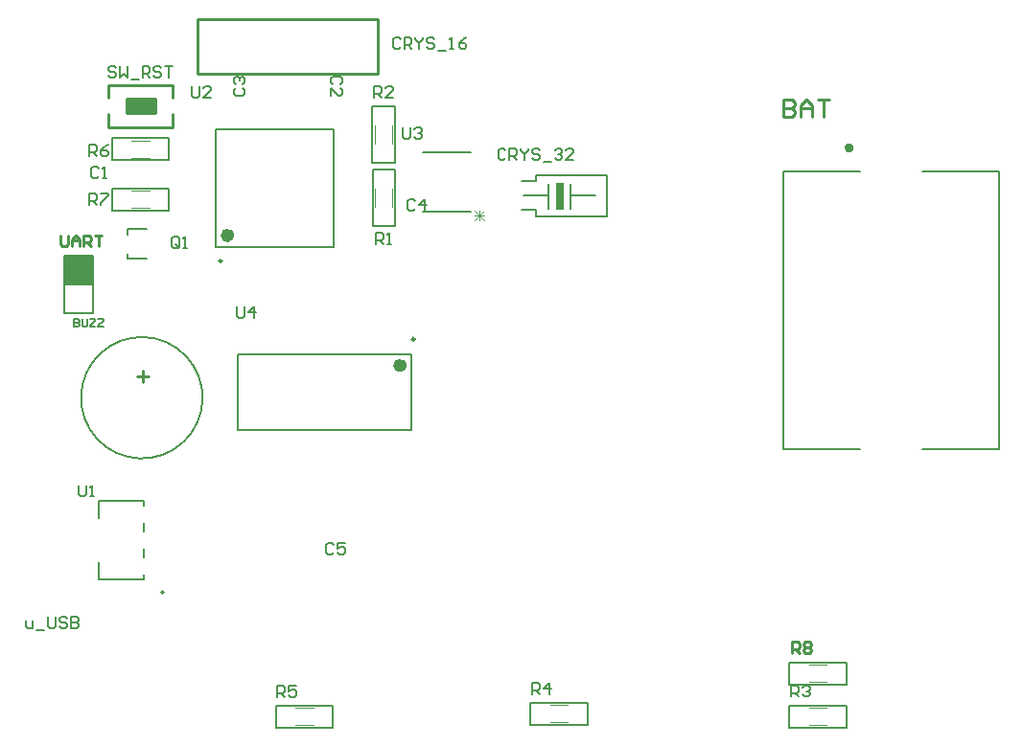
<source format=gto>
G04*
G04 #@! TF.GenerationSoftware,Altium Limited,Altium Designer,20.2.6 (244)*
G04*
G04 Layer_Color=65535*
%FSTAX24Y24*%
%MOIN*%
G70*
G04*
G04 #@! TF.SameCoordinates,210E5C92-376B-490F-B415-5E6AA8125FEF*
G04*
G04*
G04 #@! TF.FilePolarity,Positive*
G04*
G01*
G75*
%ADD10C,0.0060*%
%ADD11C,0.0157*%
%ADD12C,0.0080*%
%ADD13C,0.0236*%
%ADD14C,0.0098*%
%ADD15C,0.0079*%
%ADD16C,0.0040*%
%ADD17C,0.0050*%
%ADD18C,0.0100*%
%ADD19C,0.0070*%
%ADD20C,0.0030*%
%ADD21R,0.1000X0.0996*%
%ADD22R,0.1000X0.0500*%
%ADD23R,0.0290X0.0920*%
D10*
X013825Y01658D02*
G03*
X013825Y01658I-00005J0D01*
G01*
X01312Y019608D02*
Y01977D01*
Y018706D02*
Y018996D01*
Y017804D02*
Y018094D01*
X01156Y01703D02*
X01312D01*
X01156Y019161D02*
Y01977D01*
X01312D01*
Y01703D02*
Y017192D01*
X01156Y01703D02*
Y017639D01*
X022825Y031885D02*
X024495D01*
X022825Y029815D02*
X024495D01*
D11*
X037719Y032044D02*
G03*
X037719Y032044I-000079J0D01*
G01*
D12*
X0145Y021809D02*
G03*
X014485Y021795I-001448J001539D01*
G01*
X01036Y02628D02*
Y02828D01*
X01136Y02628D02*
Y02828D01*
X01036Y02828D02*
X01136Y02828D01*
X01036Y02628D02*
X01136D01*
X01036Y02728D02*
X01136D01*
D13*
X022146Y024475D02*
G03*
X022146Y024475I-000118J0D01*
G01*
X016149Y029001D02*
G03*
X016149Y029001I-000118J0D01*
G01*
D14*
X022544Y025391D02*
G03*
X022544Y025391I-000049J0D01*
G01*
X015834Y028115D02*
G03*
X015834Y028115I-000049J0D01*
G01*
D15*
X012568Y029212D02*
X013208D01*
X012568Y028188D02*
X013208D01*
X012568D02*
Y028365D01*
Y029035D02*
Y029212D01*
X016398Y022231D02*
Y024869D01*
X022422Y022231D02*
Y024869D01*
X016398Y022231D02*
X022422D01*
X016398Y024869D02*
X022422D01*
X019732Y028607D02*
Y032702D01*
X015638Y028607D02*
Y032702D01*
X019732D01*
X015638Y028607D02*
X019732D01*
X01435Y028619D02*
Y028881D01*
X014284Y028947D01*
X014153D01*
X014088Y028881D01*
Y028619D01*
X014153Y028553D01*
X014284D01*
X014219Y028684D02*
X01435Y028553D01*
X014284D02*
X01435Y028619D01*
X014481Y028553D02*
X014612D01*
X014547D01*
Y028947D01*
X014481Y028881D01*
X01637Y026524D02*
Y026196D01*
X016436Y02613D01*
X016567D01*
X016632Y026196D01*
Y026524D01*
X01696Y02613D02*
Y026524D01*
X016764Y026327D01*
X017026D01*
X012157Y034814D02*
X012092Y03488D01*
X01196D01*
X011895Y034814D01*
Y034748D01*
X01196Y034683D01*
X012092D01*
X012157Y034617D01*
Y034552D01*
X012092Y034486D01*
X01196D01*
X011895Y034552D01*
X012288Y03488D02*
Y034486D01*
X01242Y034617D01*
X012551Y034486D01*
Y03488D01*
X012682Y03442D02*
X012944D01*
X013076Y034486D02*
Y03488D01*
X013272D01*
X013338Y034814D01*
Y034683D01*
X013272Y034617D01*
X013076D01*
X013207D02*
X013338Y034486D01*
X013732Y034814D02*
X013666Y03488D01*
X013535D01*
X013469Y034814D01*
Y034748D01*
X013535Y034683D01*
X013666D01*
X013732Y034617D01*
Y034552D01*
X013666Y034486D01*
X013535D01*
X013469Y034552D01*
X013863Y03488D02*
X014125D01*
X013994D01*
Y034486D01*
X022127Y032754D02*
Y032426D01*
X022193Y03236D01*
X022324D01*
X02239Y032426D01*
Y032754D01*
X022521Y032688D02*
X022587Y032754D01*
X022718D01*
X022783Y032688D01*
Y032622D01*
X022718Y032557D01*
X022652D01*
X022718D01*
X022783Y032491D01*
Y032426D01*
X022718Y03236D01*
X022587D01*
X022521Y032426D01*
X01479Y034183D02*
Y033855D01*
X014855Y033789D01*
X014987D01*
X015052Y033855D01*
Y034183D01*
X015446Y033789D02*
X015183D01*
X015446Y034052D01*
Y034117D01*
X01538Y034183D01*
X015249D01*
X015183Y034117D01*
X010858Y020307D02*
Y019979D01*
X010923Y019913D01*
X011054D01*
X01112Y019979D01*
Y020307D01*
X011251Y019913D02*
X011382D01*
X011317D01*
Y020307D01*
X011251Y020241D01*
X011232Y030053D02*
Y030447D01*
X011429D01*
X011494Y030381D01*
Y03025D01*
X011429Y030184D01*
X011232D01*
X011363D02*
X011494Y030053D01*
X011626Y030447D02*
X011888D01*
Y030381D01*
X011626Y030119D01*
Y030053D01*
X011232Y031753D02*
Y032147D01*
X011429D01*
X011494Y032081D01*
Y03195D01*
X011429Y031884D01*
X011232D01*
X011363D02*
X011494Y031753D01*
X011888Y032147D02*
X011757Y032081D01*
X011626Y03195D01*
Y031819D01*
X011691Y031753D01*
X011822D01*
X011888Y031819D01*
Y031884D01*
X011822Y03195D01*
X011626D01*
X01777Y01294D02*
Y013334D01*
X017967D01*
X018032Y013268D01*
Y013137D01*
X017967Y013071D01*
X01777D01*
X017901D02*
X018032Y01294D01*
X018426Y013334D02*
X018164D01*
Y013137D01*
X018295Y013202D01*
X01836D01*
X018426Y013137D01*
Y013006D01*
X01836Y01294D01*
X018229D01*
X018164Y013006D01*
X02662Y01304D02*
Y013434D01*
X026817D01*
X026882Y013368D01*
Y013237D01*
X026817Y013171D01*
X02662D01*
X026751D02*
X026882Y01304D01*
X02721D02*
Y013434D01*
X027014Y013237D01*
X027276D01*
X03562Y012944D02*
Y013338D01*
X035817D01*
X035882Y013272D01*
Y013141D01*
X035817Y013075D01*
X03562D01*
X035751D02*
X035882Y012944D01*
X036014Y013272D02*
X036079Y013338D01*
X03621D01*
X036276Y013272D01*
Y013207D01*
X03621Y013141D01*
X036145D01*
X03621D01*
X036276Y013075D01*
Y01301D01*
X03621Y012944D01*
X036079D01*
X036014Y01301D01*
X02112Y03379D02*
Y034184D01*
X021317D01*
X021382Y034118D01*
Y033987D01*
X021317Y033921D01*
X02112D01*
X021251D02*
X021382Y03379D01*
X021776D02*
X021514D01*
X021776Y034052D01*
Y034118D01*
X02171Y034184D01*
X021579D01*
X021514Y034118D01*
X021198Y028703D02*
Y029097D01*
X021394D01*
X02146Y029031D01*
Y0289D01*
X021394Y028834D01*
X021198D01*
X021329D02*
X02146Y028703D01*
X021591D02*
X021722D01*
X021657D01*
Y029097D01*
X021591Y029031D01*
X025702Y031968D02*
X025637Y032034D01*
X025506D01*
X02544Y031968D01*
Y031706D01*
X025506Y03164D01*
X025637D01*
X025702Y031706D01*
X025834Y03164D02*
Y032034D01*
X02603D01*
X026096Y031968D01*
Y031837D01*
X02603Y031771D01*
X025834D01*
X025965D02*
X026096Y03164D01*
X026227Y032034D02*
Y031968D01*
X026358Y031837D01*
X02649Y031968D01*
Y032034D01*
X026358Y031837D02*
Y03164D01*
X026883Y031968D02*
X026818Y032034D01*
X026686D01*
X026621Y031968D01*
Y031902D01*
X026686Y031837D01*
X026818D01*
X026883Y031771D01*
Y031706D01*
X026818Y03164D01*
X026686D01*
X026621Y031706D01*
X027014Y031574D02*
X027277D01*
X027408Y031968D02*
X027473Y032034D01*
X027605D01*
X02767Y031968D01*
Y031902D01*
X027605Y031837D01*
X027539D01*
X027605D01*
X02767Y031771D01*
Y031706D01*
X027605Y03164D01*
X027473D01*
X027408Y031706D01*
X028064Y03164D02*
X027801D01*
X028064Y031902D01*
Y031968D01*
X027998Y032034D01*
X027867D01*
X027801Y031968D01*
X022043Y035814D02*
X021978Y03588D01*
X021846D01*
X021781Y035814D01*
Y035552D01*
X021846Y035486D01*
X021978D01*
X022043Y035552D01*
X022174Y035486D02*
Y03588D01*
X022371D01*
X022437Y035814D01*
Y035683D01*
X022371Y035617D01*
X022174D01*
X022306D02*
X022437Y035486D01*
X022568Y03588D02*
Y035814D01*
X022699Y035683D01*
X02283Y035814D01*
Y03588D01*
X022699Y035683D02*
Y035486D01*
X023224Y035814D02*
X023158Y03588D01*
X023027D01*
X022962Y035814D01*
Y035748D01*
X023027Y035683D01*
X023158D01*
X023224Y035617D01*
Y035552D01*
X023158Y035486D01*
X023027D01*
X022962Y035552D01*
X023355Y03542D02*
X023618D01*
X023749Y035486D02*
X02388D01*
X023814D01*
Y03588D01*
X023749Y035814D01*
X024339Y03588D02*
X024208Y035814D01*
X024077Y035683D01*
Y035552D01*
X024142Y035486D01*
X024274D01*
X024339Y035552D01*
Y035617D01*
X024274Y035683D01*
X024077D01*
X00901Y015582D02*
Y015385D01*
X009076Y01532D01*
X009272D01*
Y015582D01*
X009404Y015254D02*
X009666D01*
X009797Y015713D02*
Y015385D01*
X009863Y01532D01*
X009994D01*
X01006Y015385D01*
Y015713D01*
X010453Y015648D02*
X010388Y015713D01*
X010256D01*
X010191Y015648D01*
Y015582D01*
X010256Y015517D01*
X010388D01*
X010453Y015451D01*
Y015385D01*
X010388Y01532D01*
X010256D01*
X010191Y015385D01*
X010584Y015713D02*
Y01532D01*
X010781D01*
X010847Y015385D01*
Y015451D01*
X010781Y015517D01*
X010584D01*
X010781D01*
X010847Y015582D01*
Y015648D01*
X010781Y015713D01*
X010584D01*
X019714Y018221D02*
X019649Y018287D01*
X019518D01*
X019452Y018221D01*
Y017959D01*
X019518Y017893D01*
X019649D01*
X019714Y017959D01*
X020108Y018287D02*
X019846D01*
Y01809D01*
X019977Y018156D01*
X020042D01*
X020108Y01809D01*
Y017959D01*
X020042Y017893D01*
X019911D01*
X019846Y017959D01*
X022562Y030178D02*
X022497Y030244D01*
X022366D01*
X0223Y030178D01*
Y029916D01*
X022366Y02985D01*
X022497D01*
X022562Y029916D01*
X02289Y02985D02*
Y030244D01*
X022694Y030047D01*
X022956D01*
X016309Y034134D02*
X016243Y034069D01*
Y033938D01*
X016309Y033872D01*
X016571D01*
X016637Y033938D01*
Y034069D01*
X016571Y034134D01*
X016309Y034266D02*
X016243Y034331D01*
Y034462D01*
X016309Y034528D01*
X016374D01*
X01644Y034462D01*
Y034397D01*
Y034462D01*
X016506Y034528D01*
X016571D01*
X016637Y034462D01*
Y034331D01*
X016571Y034266D01*
X019941Y034266D02*
X020007Y034331D01*
Y034462D01*
X019941Y034528D01*
X019679D01*
X019613Y034462D01*
Y034331D01*
X019679Y034266D01*
X019613Y033872D02*
Y034134D01*
X019876Y033872D01*
X019941D01*
X020007Y033938D01*
Y034069D01*
X019941Y034134D01*
X01156Y031331D02*
X011494Y031397D01*
X011363D01*
X011298Y031331D01*
Y031069D01*
X011363Y031003D01*
X011494D01*
X01156Y031069D01*
X011691Y031003D02*
X011822D01*
X011757D01*
Y031397D01*
X011691Y031331D01*
X0107Y026088D02*
Y025812D01*
X010838D01*
X010884Y025858D01*
Y025904D01*
X010838Y02595D01*
X0107D01*
X010838D01*
X010884Y025996D01*
Y026042D01*
X010838Y026088D01*
X0107D01*
X010975D02*
Y025858D01*
X011021Y025812D01*
X011113D01*
X011159Y025858D01*
Y026088D01*
X011251D02*
X011435D01*
Y026042D01*
X011251Y025858D01*
Y025812D01*
X011435D01*
X011526Y026088D02*
X01171D01*
Y026042D01*
X011526Y025858D01*
Y025812D01*
X01171D01*
D16*
X03625Y01405D02*
X03687D01*
X03625Y01345D02*
X03687D01*
X0127Y0323D02*
X01332D01*
X0127Y0317D02*
X01332D01*
X0127Y03055D02*
X01332D01*
X0127Y02995D02*
X01332D01*
X02116Y02999D02*
Y03061D01*
X02176Y02999D02*
Y03061D01*
Y03219D02*
Y03281D01*
X02116Y03219D02*
Y03281D01*
X0184Y01255D02*
X01902D01*
X0184Y01195D02*
X01902D01*
X02725Y01265D02*
X02787D01*
X02725Y01205D02*
X02787D01*
X03625Y01255D02*
X03687D01*
X03625Y01195D02*
X03687D01*
D17*
X03557Y01337D02*
X03755D01*
Y01414D01*
X03557D02*
X03755D01*
X03557Y01337D02*
Y01414D01*
X040181Y03122D02*
X04286D01*
Y02156D02*
Y03122D01*
X040181Y02156D02*
X04286D01*
X03536D02*
X038039D01*
X03536D02*
Y03123D01*
X038039D01*
X014Y03161D02*
Y03238D01*
X01202Y03161D02*
X014D01*
X01202D02*
Y03238D01*
X014D01*
Y02986D02*
Y03063D01*
X01202Y02986D02*
X014D01*
X01202D02*
Y03063D01*
X014D01*
X02108Y03129D02*
X02185D01*
Y02931D02*
Y03129D01*
X02108Y02931D02*
X02185D01*
X02108D02*
Y03129D01*
X02107Y03151D02*
X02184D01*
X02107D02*
Y03349D01*
X02184D01*
Y03151D02*
Y03349D01*
X01772Y01187D02*
X0197D01*
Y01264D01*
X01772D02*
X0197D01*
X01772Y01187D02*
Y01264D01*
X02657Y01197D02*
X02855D01*
Y01274D01*
X02657D02*
X02855D01*
X02657Y01197D02*
Y01274D01*
X03557Y01187D02*
X03755D01*
Y01264D01*
X03557D02*
X03755D01*
X03557Y01187D02*
Y01264D01*
D18*
X01412Y03277D02*
Y03322D01*
Y03378D02*
Y03423D01*
X01251Y03325D02*
Y03375D01*
Y03325D02*
X01351D01*
Y03375D01*
X01251D02*
X01351D01*
X0119Y03423D02*
X01412D01*
X0119Y03277D02*
X01412D01*
X0119D02*
Y03322D01*
Y03378D02*
Y03423D01*
X01498Y03653D02*
X02124D01*
Y03464D02*
Y03653D01*
X01498Y03464D02*
X02124D01*
X01498D02*
Y03653D01*
X013075Y024295D02*
Y023895D01*
X013275Y024095D02*
X012875D01*
X010228Y029007D02*
Y028679D01*
X010294Y028613D01*
X010425D01*
X010491Y028679D01*
Y029007D01*
X010622Y028613D02*
Y028876D01*
X010753Y029007D01*
X010884Y028876D01*
Y028613D01*
Y02881D01*
X010622D01*
X011016Y028613D02*
Y029007D01*
X011212D01*
X011278Y028941D01*
Y02881D01*
X011212Y028744D01*
X011016D01*
X011147D02*
X011278Y028613D01*
X011409Y029007D02*
X011672D01*
X01154D01*
Y028613D01*
X03565Y01446D02*
Y014854D01*
X035847D01*
X035912Y014788D01*
Y014657D01*
X035847Y014591D01*
X03565D01*
X035781D02*
X035912Y01446D01*
X036044Y014788D02*
X036109Y014854D01*
X03624D01*
X036306Y014788D01*
Y014722D01*
X03624Y014657D01*
X036306Y014591D01*
Y014526D01*
X03624Y01446D01*
X036109D01*
X036044Y014526D01*
Y014591D01*
X036109Y014657D01*
X036044Y014722D01*
Y014788D01*
X036109Y014657D02*
X03624D01*
X03535Y03371D02*
Y03311D01*
X03565D01*
X03575Y03321D01*
Y03331D01*
X03565Y03341D01*
X03535D01*
X03565D01*
X03575Y03351D01*
Y03361D01*
X03565Y03371D01*
X03535D01*
X03595Y03311D02*
Y03351D01*
X03615Y03371D01*
X03635Y03351D01*
Y03311D01*
Y03341D01*
X03595D01*
X03655Y03371D02*
X036949D01*
X03675D01*
Y03311D01*
D19*
X02796Y03038D02*
X02882D01*
X02795Y02994D02*
Y0308D01*
X02718Y02994D02*
Y0308D01*
X02632Y03039D02*
X02718D01*
X02676Y02965D02*
Y0299D01*
Y02965D02*
X02921D01*
Y0311D01*
X02676D02*
X02921D01*
X02676Y0309D02*
Y0311D01*
X02626Y0299D02*
X02676D01*
X02626Y0309D02*
X02676D01*
D20*
X024957Y029523D02*
X024624Y029857D01*
X024957D02*
X024624Y029523D01*
X024957Y02969D02*
X024624D01*
X024791Y029857D02*
Y029523D01*
D21*
X01086Y027782D02*
D03*
D22*
X01301Y0335D02*
D03*
D23*
X027575Y03036D02*
D03*
M02*

</source>
